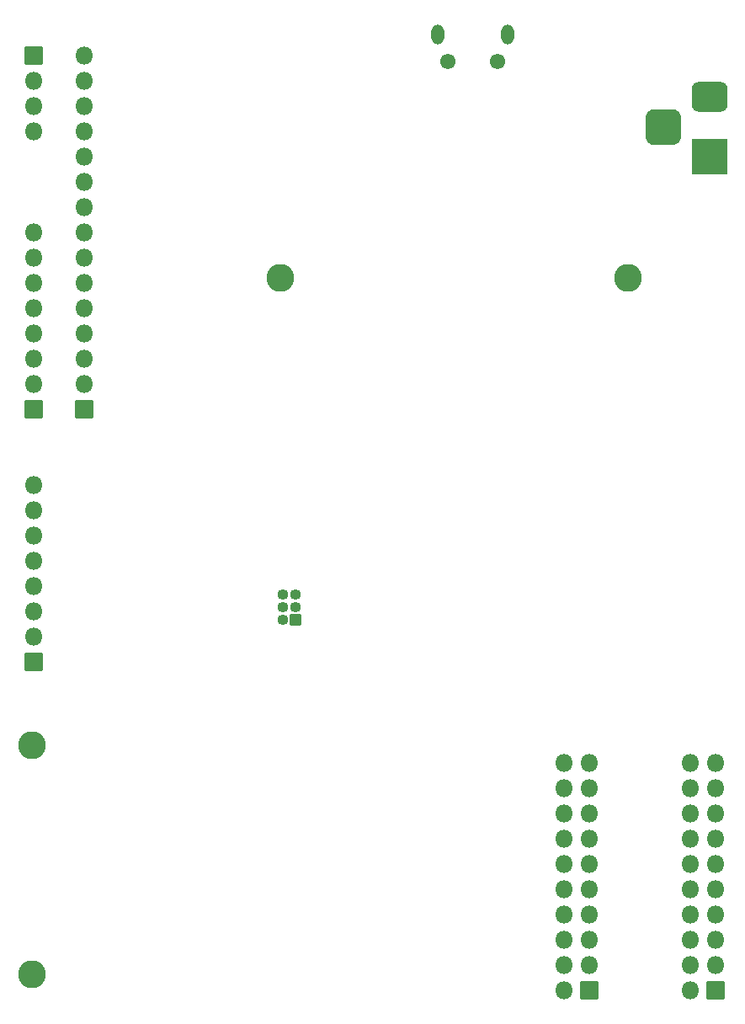
<source format=gbr>
G04 #@! TF.GenerationSoftware,KiCad,Pcbnew,(6.0.0)*
G04 #@! TF.CreationDate,2022-11-06T22:14:04+11:00*
G04 #@! TF.ProjectId,nRF_dev,6e52465f-6465-4762-9e6b-696361645f70,0.0.1*
G04 #@! TF.SameCoordinates,Original*
G04 #@! TF.FileFunction,Soldermask,Bot*
G04 #@! TF.FilePolarity,Negative*
%FSLAX46Y46*%
G04 Gerber Fmt 4.6, Leading zero omitted, Abs format (unit mm)*
G04 Created by KiCad (PCBNEW (6.0.0)) date 2022-11-06 22:14:04*
%MOMM*%
%LPD*%
G01*
G04 APERTURE LIST*
G04 Aperture macros list*
%AMRoundRect*
0 Rectangle with rounded corners*
0 $1 Rounding radius*
0 $2 $3 $4 $5 $6 $7 $8 $9 X,Y pos of 4 corners*
0 Add a 4 corners polygon primitive as box body*
4,1,4,$2,$3,$4,$5,$6,$7,$8,$9,$2,$3,0*
0 Add four circle primitives for the rounded corners*
1,1,$1+$1,$2,$3*
1,1,$1+$1,$4,$5*
1,1,$1+$1,$6,$7*
1,1,$1+$1,$8,$9*
0 Add four rect primitives between the rounded corners*
20,1,$1+$1,$2,$3,$4,$5,0*
20,1,$1+$1,$4,$5,$6,$7,0*
20,1,$1+$1,$6,$7,$8,$9,0*
20,1,$1+$1,$8,$9,$2,$3,0*%
G04 Aperture macros list end*
%ADD10RoundRect,0.051000X0.850000X0.850000X-0.850000X0.850000X-0.850000X-0.850000X0.850000X-0.850000X0*%
%ADD11O,1.802000X1.802000*%
%ADD12RoundRect,0.051000X-0.850000X-0.850000X0.850000X-0.850000X0.850000X0.850000X-0.850000X0.850000X0*%
%ADD13RoundRect,0.051000X-1.750000X1.750000X-1.750000X-1.750000X1.750000X-1.750000X1.750000X1.750000X0*%
%ADD14RoundRect,0.801000X-1.000000X0.750000X-1.000000X-0.750000X1.000000X-0.750000X1.000000X0.750000X0*%
%ADD15RoundRect,0.926000X-0.875000X0.875000X-0.875000X-0.875000X0.875000X-0.875000X0.875000X0.875000X0*%
%ADD16C,2.802000*%
%ADD17C,1.552000*%
%ADD18O,1.302000X2.002000*%
%ADD19RoundRect,0.051000X0.500000X0.500000X-0.500000X0.500000X-0.500000X-0.500000X0.500000X-0.500000X0*%
%ADD20O,1.102000X1.102000*%
G04 APERTURE END LIST*
D10*
X43180000Y-134620000D03*
D11*
X43180000Y-132080000D03*
X43180000Y-129540000D03*
X43180000Y-127000000D03*
X43180000Y-124460000D03*
X43180000Y-121920000D03*
X43180000Y-119380000D03*
X43180000Y-116840000D03*
D12*
X43180000Y-73660000D03*
D11*
X43180000Y-76200000D03*
X43180000Y-78740000D03*
X43180000Y-81280000D03*
D13*
X111193500Y-83810000D03*
D14*
X111193500Y-77810000D03*
D15*
X106493500Y-80810000D03*
D16*
X103000000Y-96000000D03*
D17*
X89876000Y-74192500D03*
D18*
X83876000Y-71492500D03*
D17*
X84876000Y-74192500D03*
D18*
X90876000Y-71492500D03*
D10*
X43180000Y-109220000D03*
D11*
X43180000Y-106680000D03*
X43180000Y-104140000D03*
X43180000Y-101600000D03*
X43180000Y-99060000D03*
X43180000Y-96520000D03*
X43180000Y-93980000D03*
X43180000Y-91440000D03*
D10*
X99065000Y-167635000D03*
D11*
X96525000Y-167635000D03*
X99065000Y-165095000D03*
X96525000Y-165095000D03*
X99065000Y-162555000D03*
X96525000Y-162555000D03*
X99065000Y-160015000D03*
X96525000Y-160015000D03*
X99065000Y-157475000D03*
X96525000Y-157475000D03*
X99065000Y-154935000D03*
X96525000Y-154935000D03*
X99065000Y-152395000D03*
X96525000Y-152395000D03*
X99065000Y-149855000D03*
X96525000Y-149855000D03*
X99065000Y-147315000D03*
X96525000Y-147315000D03*
X99065000Y-144775000D03*
X96525000Y-144775000D03*
D19*
X69545000Y-130345000D03*
D20*
X68275000Y-130345000D03*
X69545000Y-129075000D03*
X68275000Y-129075000D03*
X69545000Y-127805000D03*
X68275000Y-127805000D03*
D10*
X111760000Y-167635000D03*
D11*
X109220000Y-167635000D03*
X111760000Y-165095000D03*
X109220000Y-165095000D03*
X111760000Y-162555000D03*
X109220000Y-162555000D03*
X111760000Y-160015000D03*
X109220000Y-160015000D03*
X111760000Y-157475000D03*
X109220000Y-157475000D03*
X111760000Y-154935000D03*
X109220000Y-154935000D03*
X111760000Y-152395000D03*
X109220000Y-152395000D03*
X111760000Y-149855000D03*
X109220000Y-149855000D03*
X111760000Y-147315000D03*
X109220000Y-147315000D03*
X111760000Y-144775000D03*
X109220000Y-144775000D03*
D10*
X48260000Y-109220000D03*
D11*
X48260000Y-106680000D03*
X48260000Y-104140000D03*
X48260000Y-101600000D03*
X48260000Y-99060000D03*
X48260000Y-96520000D03*
X48260000Y-93980000D03*
X48260000Y-91440000D03*
X48260000Y-88900000D03*
X48260000Y-86360000D03*
X48260000Y-83820000D03*
X48260000Y-81280000D03*
X48260000Y-78740000D03*
X48260000Y-76200000D03*
X48260000Y-73660000D03*
D16*
X68000000Y-96000000D03*
X43000000Y-166000000D03*
X43000000Y-143000000D03*
M02*

</source>
